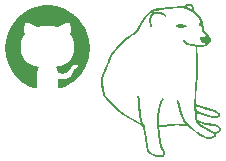
<source format=gbo>
G04 Layer: BottomSilkscreenLayer*
G04 EasyEDA v6.5.44, 2024-07-15 21:32:29*
G04 Gerber Generator version 0.2*
G04 Scale: 100 percent, Rotated: No, Reflected: No *
G04 Dimensions in millimeters *
G04 leading zeros omitted , absolute positions ,4 integer and 5 decimal *
%FSLAX45Y45*%
%MOMM*%

%ADD10C,0.0001*%

%LPD*%
G36*
X890930Y7175906D02*
G01*
X885698Y7175144D01*
X859739Y7173874D01*
X848461Y7171639D01*
X837082Y7170369D01*
X832408Y7168845D01*
X821994Y7167270D01*
X817016Y7165340D01*
X810463Y7164425D01*
X805434Y7162190D01*
X798931Y7161225D01*
X795375Y7159294D01*
X788466Y7157770D01*
X785266Y7155891D01*
X779119Y7154672D01*
X777900Y7153554D01*
X775563Y7152386D01*
X772058Y7151878D01*
X769213Y7149896D01*
X763676Y7148423D01*
X762355Y7147306D01*
X760069Y7146137D01*
X757377Y7145629D01*
X753770Y7143242D01*
X751128Y7142784D01*
X746048Y7139736D01*
X744931Y7139736D01*
X739902Y7136587D01*
X738733Y7136587D01*
X733653Y7133437D01*
X732383Y7133437D01*
X729843Y7131253D01*
X725525Y7128764D01*
X721258Y7126630D01*
X718921Y7124801D01*
X715467Y7123175D01*
X707694Y7117689D01*
X706831Y7117689D01*
X703427Y7115048D01*
X700176Y7113371D01*
X699566Y7112304D01*
X697230Y7110831D01*
X690219Y7105599D01*
X687730Y7104329D01*
X686917Y7102754D01*
X684022Y7101281D01*
X678484Y7096506D01*
X675487Y7094575D01*
X670306Y7089597D01*
X665835Y7086041D01*
X652729Y7073442D01*
X644093Y7064705D01*
X632206Y7051802D01*
X630783Y7049465D01*
X625856Y7044334D01*
X618286Y7034123D01*
X613765Y7028637D01*
X612140Y7025436D01*
X610819Y7024319D01*
X606755Y7018375D01*
X602589Y7011670D01*
X600760Y7009333D01*
X598170Y7005015D01*
X596696Y7001865D01*
X595274Y7000697D01*
X593090Y6995972D01*
X591464Y6993636D01*
X588060Y6987743D01*
X588060Y6986524D01*
X584962Y6981444D01*
X584962Y6980580D01*
X582523Y6977227D01*
X581101Y6972960D01*
X579526Y6970928D01*
X578408Y6967067D01*
X575614Y6962546D01*
X575614Y6961327D01*
X573278Y6957568D01*
X572058Y6952742D01*
X569874Y6949186D01*
X569010Y6944868D01*
X567080Y6941870D01*
X565658Y6936231D01*
X563626Y6931863D01*
X562559Y6926783D01*
X560527Y6922414D01*
X559409Y6916928D01*
X557479Y6911848D01*
X556514Y6905904D01*
X554431Y6900011D01*
X553110Y6890664D01*
X551535Y6886651D01*
X550468Y6878421D01*
X549656Y6874154D01*
X548436Y6870141D01*
X546557Y6849973D01*
X546100Y6848703D01*
X544626Y6848703D01*
X544626Y6779514D01*
X546150Y6779514D01*
X546963Y6776262D01*
X548081Y6760819D01*
X550113Y6752539D01*
X551637Y6740906D01*
X553466Y6735267D01*
X554380Y6728155D01*
X556310Y6723075D01*
X557733Y6715912D01*
X559409Y6712153D01*
X560882Y6704330D01*
X562762Y6701028D01*
X563981Y6694881D01*
X565912Y6691579D01*
X566420Y6688277D01*
X568655Y6684721D01*
X569772Y6679641D01*
X572516Y6674408D01*
X572516Y6672732D01*
X575157Y6668414D01*
X576478Y6663334D01*
X577951Y6661454D01*
X579526Y6657086D01*
X581050Y6655155D01*
X582625Y6650786D01*
X584149Y6648856D01*
X585622Y6644792D01*
X588416Y6640575D01*
X588416Y6639610D01*
X591159Y6635750D01*
X591159Y6634937D01*
X594969Y6628688D01*
X596595Y6626555D01*
X597814Y6623608D01*
X600456Y6620103D01*
X600456Y6619036D01*
X603046Y6616090D01*
X604012Y6614109D01*
X606856Y6609537D01*
X609752Y6606489D01*
X609752Y6605371D01*
X612800Y6601510D01*
X614019Y6599021D01*
X615086Y6598412D01*
X616915Y6595516D01*
X625856Y6583832D01*
X630428Y6579108D01*
X631850Y6576771D01*
X644093Y6563461D01*
X655777Y6551625D01*
X668528Y6539534D01*
X670052Y6538671D01*
X676656Y6532626D01*
X678434Y6531711D01*
X683666Y6527139D01*
X685952Y6525666D01*
X692200Y6520688D01*
X696925Y6517284D01*
X699211Y6516065D01*
X700278Y6514795D01*
X703834Y6512864D01*
X707694Y6510172D01*
X710031Y6508242D01*
X712724Y6506870D01*
X715467Y6504736D01*
X718159Y6503670D01*
X721258Y6501434D01*
X725932Y6498640D01*
X729843Y6497116D01*
X731672Y6495186D01*
X734618Y6494373D01*
X736904Y6492392D01*
X739902Y6491173D01*
X743407Y6488887D01*
X747115Y6487769D01*
X749960Y6485788D01*
X753821Y6484924D01*
X756767Y6482994D01*
X761136Y6481318D01*
X763778Y6479489D01*
X767130Y6478981D01*
X769569Y6477508D01*
X769569Y6475882D01*
X808736Y6475882D01*
X808736Y6477304D01*
X810717Y6480302D01*
X811580Y6482791D01*
X812038Y6603136D01*
X814120Y6611569D01*
X814984Y6618376D01*
X817524Y6625132D01*
X818083Y6628282D01*
X820013Y6631330D01*
X821131Y6634530D01*
X823366Y6638137D01*
X824280Y6641084D01*
X833526Y6653123D01*
X833526Y6653987D01*
X831799Y6655206D01*
X826922Y6655206D01*
X819403Y6656425D01*
X815492Y6657594D01*
X805434Y6658813D01*
X798068Y6661099D01*
X791057Y6662013D01*
X787044Y6663893D01*
X779830Y6665366D01*
X776732Y6666992D01*
X771347Y6668262D01*
X768197Y6670090D01*
X763524Y6671411D01*
X759968Y6673697D01*
X757326Y6674205D01*
X754989Y6675374D01*
X753821Y6676390D01*
X749808Y6677964D01*
X739902Y6683857D01*
X733653Y6688277D01*
X731418Y6689648D01*
X726338Y6693560D01*
X719734Y6699453D01*
X709726Y6709714D01*
X708507Y6711645D01*
X703224Y6718147D01*
X702157Y6720840D01*
X700430Y6721754D01*
X699312Y6724446D01*
X696620Y6728053D01*
X696620Y6728968D01*
X693521Y6734098D01*
X693521Y6735267D01*
X690422Y6740347D01*
X690422Y6741515D01*
X687374Y6746646D01*
X686562Y6750862D01*
X684682Y6754114D01*
X683768Y6758838D01*
X681634Y6763562D01*
X680415Y6770268D01*
X678840Y6774281D01*
X677164Y6785203D01*
X675741Y6790334D01*
X675335Y6792671D01*
X674471Y6806844D01*
X673709Y6812889D01*
X672541Y6833971D01*
X675589Y6863842D01*
X677316Y6868159D01*
X678434Y6875272D01*
X680364Y6879336D01*
X681583Y6884670D01*
X683463Y6887667D01*
X684682Y6892544D01*
X686612Y6895592D01*
X687730Y6898843D01*
X689660Y6901789D01*
X691591Y6905904D01*
X695858Y6912203D01*
X697534Y6915353D01*
X702462Y6921195D01*
X702462Y6921855D01*
X709117Y6929932D01*
X708660Y6934098D01*
X706628Y6937959D01*
X705154Y6946950D01*
X703580Y6951929D01*
X702716Y6959803D01*
X702716Y6984949D01*
X704037Y6993788D01*
X705459Y6999122D01*
X706424Y7006234D01*
X708304Y7011314D01*
X709523Y7017207D01*
X710895Y7019645D01*
X712571Y7024776D01*
X713943Y7026046D01*
X718159Y7026960D01*
X730961Y7026503D01*
X737565Y7025284D01*
X741426Y7023811D01*
X748030Y7022846D01*
X751890Y7020661D01*
X756158Y7019696D01*
X759256Y7017918D01*
X763524Y7016546D01*
X768959Y7013854D01*
X770128Y7013854D01*
X775157Y7010704D01*
X776325Y7010704D01*
X781354Y7007606D01*
X782167Y7007606D01*
X786536Y7004659D01*
X792886Y7001103D01*
X795324Y6999325D01*
X798982Y6997496D01*
X801522Y6995515D01*
X804265Y6994093D01*
X806602Y6992162D01*
X810818Y6989470D01*
X813968Y6989572D01*
X817168Y6991045D01*
X820521Y6991756D01*
X825601Y6992366D01*
X831392Y6994499D01*
X841857Y6995871D01*
X846531Y6997395D01*
X866190Y6999325D01*
X875639Y7001052D01*
X922934Y7001103D01*
X938428Y6998970D01*
X954328Y6997242D01*
X959408Y6995769D01*
X969467Y6994550D01*
X976071Y6992264D01*
X980338Y6991807D01*
X989837Y6989013D01*
X992936Y6991858D01*
X994003Y6991858D01*
X997458Y6994550D01*
X1000353Y6995769D01*
X1002436Y6997395D01*
X1007821Y7000900D01*
X1010970Y7002373D01*
X1013663Y7004456D01*
X1014476Y7004456D01*
X1019505Y7007606D01*
X1020673Y7007606D01*
X1025702Y7010704D01*
X1026871Y7010704D01*
X1031900Y7013854D01*
X1033119Y7013854D01*
X1036929Y7016343D01*
X1042263Y7017766D01*
X1045108Y7019696D01*
X1051153Y7020966D01*
X1054404Y7022896D01*
X1061720Y7024166D01*
X1065276Y7025589D01*
X1071473Y7026554D01*
X1086307Y7026656D01*
X1087882Y7025233D01*
X1089914Y7021271D01*
X1091488Y7014921D01*
X1093063Y7011822D01*
X1094181Y7005421D01*
X1096416Y6998716D01*
X1097280Y6988098D01*
X1098499Y6979615D01*
X1098092Y6960209D01*
X1097330Y6955485D01*
X1096416Y6946036D01*
X1094486Y6940905D01*
X1093368Y6935419D01*
X1091742Y6930644D01*
X1094536Y6926224D01*
X1096111Y6925360D01*
X1102664Y6916420D01*
X1103782Y6913676D01*
X1105458Y6912762D01*
X1106627Y6909917D01*
X1108456Y6907479D01*
X1109878Y6904329D01*
X1112367Y6900468D01*
X1112367Y6899249D01*
X1115466Y6894118D01*
X1115466Y6892899D01*
X1117803Y6889191D01*
X1119022Y6883908D01*
X1120952Y6879590D01*
X1122476Y6873036D01*
X1123950Y6869734D01*
X1125626Y6859524D01*
X1126744Y6855206D01*
X1127861Y6843775D01*
X1127912Y6820763D01*
X1127048Y6804863D01*
X1125982Y6799935D01*
X1124102Y6783222D01*
X1122121Y6776923D01*
X1121156Y6769862D01*
X1119327Y6765696D01*
X1118158Y6758838D01*
X1116685Y6756298D01*
X1114399Y6748881D01*
X1112367Y6745427D01*
X1112367Y6744258D01*
X1110081Y6740601D01*
X1108811Y6736232D01*
X1107033Y6734048D01*
X1105001Y6729730D01*
X1102410Y6725208D01*
X1100836Y6723481D01*
X1099464Y6720687D01*
X1093978Y6713372D01*
X1091590Y6710730D01*
X1089507Y6707581D01*
X1079804Y6697675D01*
X1075740Y6695033D01*
X1070457Y6689852D01*
X1069492Y6689852D01*
X1064971Y6686296D01*
X1064361Y6686296D01*
X1061110Y6683552D01*
X1060196Y6683552D01*
X1056081Y6680403D01*
X1055166Y6680403D01*
X1050137Y6677253D01*
X1048969Y6677253D01*
X1043940Y6674103D01*
X1042720Y6674103D01*
X1039063Y6671716D01*
X1035405Y6670903D01*
X1029512Y6668211D01*
X1024178Y6666992D01*
X1021029Y6665163D01*
X1014272Y6663893D01*
X1011224Y6662318D01*
X1001725Y6660642D01*
X998169Y6659270D01*
X985012Y6657594D01*
X980186Y6656070D01*
X968603Y6654800D01*
X967181Y6653733D01*
X969467Y6650837D01*
X972261Y6647942D01*
X973582Y6645605D01*
X977798Y6639712D01*
X979779Y6635343D01*
X981710Y6632092D01*
X982878Y6627571D01*
X984351Y6625132D01*
X986028Y6617258D01*
X987907Y6611620D01*
X987907Y6609334D01*
X988771Y6606641D01*
X989837Y6605422D01*
X993140Y6604406D01*
X997000Y6602171D01*
X1002436Y6601206D01*
X1007160Y6599021D01*
X1015237Y6598158D01*
X1024686Y6596227D01*
X1032154Y6596227D01*
X1048562Y6599021D01*
X1052474Y6600952D01*
X1057097Y6602171D01*
X1060653Y6604508D01*
X1063345Y6605371D01*
X1068781Y6608978D01*
X1069390Y6609994D01*
X1071880Y6611264D01*
X1083411Y6622796D01*
X1088898Y6630466D01*
X1089863Y6631431D01*
X1091488Y6635292D01*
X1093774Y6637934D01*
X1093774Y6638645D01*
X1099972Y6646672D01*
X1099972Y6647230D01*
X1110132Y6657746D01*
X1113078Y6659727D01*
X1119022Y6664299D01*
X1121105Y6665264D01*
X1124864Y6667804D01*
X1126185Y6667804D01*
X1129792Y6670141D01*
X1142339Y6672986D01*
X1150264Y6673443D01*
X1160932Y6670497D01*
X1161592Y6670141D01*
X1163523Y6666179D01*
X1161897Y6661302D01*
X1153922Y6653428D01*
X1149807Y6651142D01*
X1141577Y6645503D01*
X1134313Y6637883D01*
X1129030Y6631431D01*
X1121867Y6620611D01*
X1118412Y6614261D01*
X1116634Y6611772D01*
X1114806Y6607759D01*
X1112367Y6603949D01*
X1112367Y6602679D01*
X1110488Y6598767D01*
X1108913Y6594144D01*
X1106627Y6590538D01*
X1106119Y6588556D01*
X1102258Y6582105D01*
X1097940Y6576466D01*
X1092301Y6570472D01*
X1083360Y6564172D01*
X1078128Y6560870D01*
X1076858Y6560870D01*
X1073200Y6558483D01*
X1068070Y6557314D01*
X1062939Y6555028D01*
X1054404Y6553758D01*
X1049375Y6552234D01*
X1040434Y6551422D01*
X1020419Y6551422D01*
X1009040Y6552234D01*
X1001572Y6553758D01*
X996137Y6554520D01*
X992174Y6554673D01*
X990650Y6553301D01*
X989787Y6487058D01*
X991412Y6479641D01*
X992936Y6477508D01*
X992936Y6475882D01*
X1032103Y6475882D01*
X1032103Y6477457D01*
X1034999Y6478930D01*
X1039012Y6479794D01*
X1042720Y6482181D01*
X1043686Y6482181D01*
X1048562Y6484823D01*
X1051712Y6485788D01*
X1072032Y6496050D01*
X1072032Y6496710D01*
X1081582Y6501638D01*
X1084986Y6504228D01*
X1085951Y6504228D01*
X1101496Y6514693D01*
X1112520Y6522516D01*
X1115060Y6523888D01*
X1115872Y6525463D01*
X1118768Y6526936D01*
X1124204Y6531813D01*
X1126947Y6533235D01*
X1135075Y6540957D01*
X1137412Y6542430D01*
X1155649Y6560261D01*
X1170279Y6576009D01*
X1172057Y6578752D01*
X1176934Y6583832D01*
X1184503Y6594094D01*
X1189075Y6599580D01*
X1190650Y6602780D01*
X1192022Y6603898D01*
X1194003Y6607098D01*
X1198473Y6613347D01*
X1200150Y6616496D01*
X1202029Y6618833D01*
X1204671Y6623151D01*
X1206144Y6626352D01*
X1207516Y6627520D01*
X1209751Y6632194D01*
X1214780Y6640474D01*
X1214780Y6641744D01*
X1217879Y6646468D01*
X1217879Y6647230D01*
X1220317Y6651091D01*
X1221384Y6654190D01*
X1223619Y6657797D01*
X1224534Y6661302D01*
X1227175Y6665671D01*
X1227175Y6666839D01*
X1229868Y6671157D01*
X1230731Y6675475D01*
X1232916Y6679031D01*
X1233779Y6683349D01*
X1235760Y6686346D01*
X1237132Y6691985D01*
X1239164Y6696354D01*
X1240231Y6701434D01*
X1242263Y6705803D01*
X1243431Y6711238D01*
X1245311Y6716369D01*
X1246276Y6722262D01*
X1248410Y6728155D01*
X1249324Y6735267D01*
X1251204Y6740906D01*
X1252880Y6752945D01*
X1254404Y6758076D01*
X1256233Y6778193D01*
X1256741Y6779514D01*
X1258214Y6779514D01*
X1258214Y6848703D01*
X1256690Y6848703D01*
X1255877Y6851954D01*
X1254709Y6867245D01*
X1252423Y6877202D01*
X1251559Y6886549D01*
X1249426Y6892544D01*
X1248410Y6900011D01*
X1246530Y6905142D01*
X1245057Y6912711D01*
X1243126Y6917334D01*
X1241907Y6923836D01*
X1240028Y6927138D01*
X1238808Y6933285D01*
X1236980Y6936587D01*
X1236065Y6940905D01*
X1234236Y6943699D01*
X1232966Y6948779D01*
X1231087Y6952234D01*
X1229868Y6956247D01*
X1228039Y6959092D01*
X1226312Y6964883D01*
X1224889Y6966762D01*
X1223264Y6971131D01*
X1221790Y6973062D01*
X1220165Y6977430D01*
X1218692Y6979361D01*
X1217168Y6983374D01*
X1214374Y6987590D01*
X1214374Y6988505D01*
X1211681Y6992366D01*
X1211681Y6993280D01*
X1207871Y6999528D01*
X1206195Y7001611D01*
X1205077Y7004456D01*
X1202334Y7008063D01*
X1202334Y7009079D01*
X1200200Y7011670D01*
X1195984Y7018680D01*
X1193038Y7021728D01*
X1193038Y7022795D01*
X1190040Y7026656D01*
X1188770Y7029196D01*
X1187754Y7029805D01*
X1185976Y7032447D01*
X1184452Y7034123D01*
X1176934Y7044334D01*
X1172413Y7049058D01*
X1170990Y7051446D01*
X1155649Y7067905D01*
X1150162Y7073442D01*
X1137412Y7085685D01*
X1135075Y7087209D01*
X1126947Y7094880D01*
X1123696Y7097064D01*
X1114501Y7104583D01*
X1112570Y7105599D01*
X1102868Y7112965D01*
X1094536Y7118350D01*
X1092809Y7119975D01*
X1088542Y7122007D01*
X1086104Y7123785D01*
X1079093Y7127748D01*
X1077264Y7129475D01*
X1073810Y7130694D01*
X1070305Y7132929D01*
X1067409Y7133894D01*
X1064209Y7136587D01*
X1062990Y7136587D01*
X1057910Y7139635D01*
X1055217Y7140143D01*
X1052220Y7142124D01*
X1049020Y7143292D01*
X1045464Y7145528D01*
X1041450Y7146747D01*
X1038098Y7148677D01*
X1034643Y7149592D01*
X1032256Y7151014D01*
X1024534Y7153605D01*
X1022146Y7155027D01*
X1016762Y7156196D01*
X1012901Y7158177D01*
X1007160Y7159396D01*
X1004569Y7161022D01*
X997762Y7162190D01*
X993140Y7164171D01*
X986129Y7165340D01*
X978763Y7167625D01*
X974496Y7168083D01*
X968552Y7169200D01*
X964031Y7170724D01*
X955497Y7171588D01*
X949706Y7172452D01*
X947369Y7173163D01*
X938072Y7174280D01*
X915974Y7175195D01*
X912825Y7175804D01*
G37*
G36*
X2102053Y7189012D02*
G01*
X2088184Y7187946D01*
X2077466Y7183170D01*
X2064207Y7173163D01*
X2059127Y7167118D01*
X2054606Y7164730D01*
X2004720Y7164730D01*
X1977253Y7163003D01*
X2079091Y7163003D01*
X2083562Y7167778D01*
X2093518Y7171994D01*
X2100986Y7173112D01*
X2114905Y7170064D01*
X2120087Y7166254D01*
X2124049Y7154672D01*
X2125370Y7143496D01*
X2122627Y7140194D01*
X2112772Y7146036D01*
X2100986Y7152081D01*
X2081733Y7159548D01*
X2079091Y7163003D01*
X1977253Y7163003D01*
X1938426Y7160514D01*
X1905254Y7157262D01*
X1879600Y7154164D01*
X1865731Y7152792D01*
X1831187Y7147712D01*
X1812239Y7143343D01*
X1801520Y7140092D01*
X1787652Y7134453D01*
X1770125Y7124293D01*
X1754479Y7111847D01*
X1734261Y7090714D01*
X1707286Y7054545D01*
X1681683Y7016191D01*
X1663446Y6987438D01*
X1647545Y6959803D01*
X1634896Y6946341D01*
X1615440Y6931812D01*
X1575155Y6904786D01*
X1551279Y6887159D01*
X1534668Y6873494D01*
X1501038Y6839407D01*
X1479550Y6814921D01*
X1463548Y6794703D01*
X1449578Y6775551D01*
X1442008Y6763816D01*
X1432458Y6747865D01*
X1424482Y6731304D01*
X1414018Y6703110D01*
X1410411Y6694576D01*
X1402080Y6676898D01*
X1402080Y6676034D01*
X1386484Y6644538D01*
X1368196Y6603034D01*
X1363675Y6590233D01*
X1359357Y6574281D01*
X1357503Y6558280D01*
X1373835Y6558280D01*
X1376527Y6575348D01*
X1384046Y6598767D01*
X1393799Y6621119D01*
X1423212Y6682892D01*
X1430070Y6698843D01*
X1438554Y6722313D01*
X1450340Y6746748D01*
X1472539Y6779768D01*
X1496923Y6810146D01*
X1511655Y6826656D01*
X1540560Y6856222D01*
X1560779Y6874205D01*
X1586585Y6892798D01*
X1627225Y6920128D01*
X1647545Y6935520D01*
X1659432Y6948017D01*
X1671828Y6969353D01*
X1690166Y6999173D01*
X1716278Y7038543D01*
X1727555Y7054545D01*
X1736140Y7066229D01*
X1755902Y7090816D01*
X1772361Y7105650D01*
X1783334Y7113371D01*
X1798218Y7121296D01*
X1812239Y7126274D01*
X1829511Y7130643D01*
X1862480Y7135825D01*
X1902053Y7140194D01*
X1934159Y7143496D01*
X1991918Y7147763D01*
X2047544Y7148626D01*
X2062683Y7146899D01*
X2078532Y7143343D01*
X2090318Y7139025D01*
X2107082Y7130592D01*
X2123084Y7119874D01*
X2140559Y7105802D01*
X2166213Y7083348D01*
X2182469Y7067296D01*
X2193594Y7044944D01*
X2194814Y7037273D01*
X2191105Y7034275D01*
X2183028Y7026757D01*
X2180437Y7017258D01*
X2181809Y7005777D01*
X2186178Y6999681D01*
X2192324Y6999681D01*
X2193645Y7001814D01*
X2200097Y7005167D01*
X2204008Y7001662D01*
X2206345Y6984238D01*
X2208326Y6954723D01*
X2249322Y6913473D01*
X2248408Y6910781D01*
X2213813Y6910527D01*
X2204720Y6909104D01*
X2191359Y6904736D01*
X2188972Y6900316D01*
X2189988Y6891375D01*
X2198116Y6874560D01*
X2211171Y6861657D01*
X2221636Y6855866D01*
X2232812Y6852666D01*
X2236774Y6848297D01*
X2232558Y6845046D01*
X2225040Y6841693D01*
X2196185Y6840778D01*
X2117293Y6845350D01*
X2104186Y6849719D01*
X2092452Y6856272D01*
X2079599Y6866381D01*
X2062886Y6883603D01*
X2056587Y6883603D01*
X2052320Y6879336D01*
X2052320Y6872020D01*
X2062683Y6859676D01*
X2075434Y6848551D01*
X2083866Y6842506D01*
X2096719Y6835038D01*
X2112772Y6829094D01*
X2149957Y6827367D01*
X2154377Y6822948D01*
X2157374Y6702044D01*
X2157679Y6575348D01*
X2154834Y6532727D01*
X2151837Y6515404D01*
X2148433Y6473088D01*
X2146452Y6443268D01*
X2145152Y6315862D01*
X2161692Y6315862D01*
X2163978Y6318148D01*
X2168398Y6317996D01*
X2178253Y6313373D01*
X2184400Y6310884D01*
X2210104Y6301181D01*
X2226106Y6296050D01*
X2252878Y6289497D01*
X2286000Y6282080D01*
X2299919Y6278575D01*
X2312771Y6274358D01*
X2329840Y6265011D01*
X2342032Y6256883D01*
X2346706Y6250940D01*
X2346706Y6245758D01*
X2343200Y6240475D01*
X2336495Y6237020D01*
X2311704Y6235903D01*
X2292654Y6238443D01*
X2271064Y6243675D01*
X2243226Y6251244D01*
X2212238Y6261506D01*
X2171090Y6276543D01*
X2164689Y6279845D01*
X2162759Y6283553D01*
X2161692Y6315862D01*
X2145152Y6315862D01*
X2145080Y6309106D01*
X2147519Y6251143D01*
X2151684Y6216192D01*
X2156155Y6198717D01*
X2162403Y6185611D01*
X2169729Y6175451D01*
X2192274Y6175451D01*
X2193645Y6177584D01*
X2198319Y6177330D01*
X2215438Y6172149D01*
X2244293Y6165037D01*
X2305253Y6155182D01*
X2324404Y6149746D01*
X2339949Y6142126D01*
X2351024Y6132474D01*
X2353919Y6125514D01*
X2353919Y6121247D01*
X2347518Y6113983D01*
X2331313Y6106109D01*
X2313736Y6101588D01*
X2251811Y6132169D01*
X2230424Y6144920D01*
X2211171Y6157823D01*
X2196185Y6170371D01*
X2192274Y6175451D01*
X2169729Y6175451D01*
X2173173Y6170676D01*
X2188311Y6155334D01*
X2202586Y6143802D01*
X2216505Y6134252D01*
X2233625Y6123635D01*
X2257145Y6111189D01*
X2292654Y6093612D01*
X2299919Y6090513D01*
X2309215Y6082487D01*
X2310841Y6078067D01*
X2308860Y6072378D01*
X2300833Y6066840D01*
X2288184Y6062370D01*
X2264613Y6061252D01*
X2246426Y6063691D01*
X2230424Y6068771D01*
X2217166Y6074105D01*
X2197760Y6084976D01*
X2179066Y6098133D01*
X2169464Y6105702D01*
X2121916Y6146088D01*
X2108504Y6157772D01*
X2092655Y6172809D01*
X2074316Y6191504D01*
X2062683Y6206896D01*
X2054606Y6223914D01*
X2048967Y6238849D01*
X2038553Y6269685D01*
X2030069Y6298488D01*
X2012340Y6365392D01*
X2007920Y6370218D01*
X2003653Y6370574D01*
X2001012Y6370320D01*
X1996693Y6366103D01*
X1996693Y6359753D01*
X2005380Y6326174D01*
X2015083Y6291021D01*
X2026767Y6252667D01*
X2033320Y6233515D01*
X2044090Y6206896D01*
X2050135Y6196228D01*
X2064613Y6178448D01*
X2068322Y6171793D01*
X2066391Y6169863D01*
X2028291Y6173724D01*
X1969465Y6173876D01*
X1932025Y6169152D01*
X1890318Y6164732D01*
X1852422Y6160414D01*
X1848154Y6162700D01*
X1846732Y6170371D01*
X1847900Y6244132D01*
X1852371Y6280353D01*
X1855673Y6298488D01*
X1861007Y6321907D01*
X1868627Y6346342D01*
X1878177Y6369812D01*
X1880870Y6374079D01*
X1884680Y6384036D01*
X1880006Y6390589D01*
X1872843Y6390589D01*
X1867204Y6383883D01*
X1861057Y6371844D01*
X1853184Y6351727D01*
X1848307Y6336792D01*
X1842973Y6316573D01*
X1839518Y6301638D01*
X1835150Y6277356D01*
X1830984Y6234582D01*
X1830933Y6158738D01*
X1835302Y6097473D01*
X1839468Y6060998D01*
X1842770Y6039713D01*
X1847138Y6015228D01*
X1852523Y5991758D01*
X1857502Y5974334D01*
X1864868Y5956401D01*
X1872335Y5944920D01*
X1876755Y5937453D01*
X1879498Y5924143D01*
X1876806Y5914034D01*
X1871218Y5908243D01*
X1861870Y5904687D01*
X1842160Y5905957D01*
X1821840Y5910173D01*
X1801520Y5916726D01*
X1779778Y5927598D01*
X1767332Y5937554D01*
X1760321Y5951321D01*
X1753870Y5976874D01*
X1749755Y5997092D01*
X1746351Y6017310D01*
X1742186Y6044996D01*
X1734870Y6099454D01*
X1730502Y6121704D01*
X1725980Y6140856D01*
X1722729Y6151524D01*
X1717192Y6167475D01*
X1710436Y6182410D01*
X1702816Y6194196D01*
X1698447Y6209030D01*
X1693113Y6240932D01*
X1688795Y6278219D01*
X1685493Y6312306D01*
X1683359Y6344259D01*
X1681175Y6369812D01*
X1679193Y6406438D01*
X1676450Y6410756D01*
X1670710Y6413144D01*
X1666189Y6411722D01*
X1662734Y6406438D01*
X1664157Y6377279D01*
X1666290Y6351727D01*
X1669491Y6308039D01*
X1673707Y6265468D01*
X1676857Y6238036D01*
X1681327Y6211163D01*
X1684477Y6197295D01*
X1690065Y6182410D01*
X1691893Y6180378D01*
X1691893Y6178651D01*
X1686712Y6178651D01*
X1685493Y6180632D01*
X1671066Y6189014D01*
X1647799Y6203137D01*
X1647139Y6203137D01*
X1624025Y6216294D01*
X1581200Y6237986D01*
X1564132Y6248095D01*
X1547012Y6259880D01*
X1532026Y6271768D01*
X1515973Y6285484D01*
X1502105Y6298285D01*
X1443278Y6355994D01*
X1417574Y6378143D01*
X1409395Y6386830D01*
X1400708Y6399428D01*
X1391462Y6417970D01*
X1385925Y6433210D01*
X1381963Y6448602D01*
X1377543Y6470954D01*
X1373886Y6505041D01*
X1373835Y6558280D01*
X1357503Y6558280D01*
X1356868Y6552946D01*
X1358188Y6492290D01*
X1361287Y6468821D01*
X1364843Y6448806D01*
X1368704Y6433718D01*
X1374140Y6417716D01*
X1377340Y6409232D01*
X1384757Y6394145D01*
X1392428Y6382207D01*
X1403146Y6369354D01*
X1432560Y6343396D01*
X1493520Y6283756D01*
X1520291Y6260033D01*
X1536344Y6247333D01*
X1556613Y6233363D01*
X1579067Y6220460D01*
X1614373Y6202883D01*
X1662531Y6175349D01*
X1673199Y6168694D01*
X1703425Y6148984D01*
X1707946Y6143244D01*
X1711198Y6132322D01*
X1718513Y6098286D01*
X1723136Y6062065D01*
X1728317Y6024778D01*
X1731670Y6005626D01*
X1737918Y5973673D01*
X1741982Y5956655D01*
X1745589Y5943854D01*
X1751685Y5931103D01*
X1763064Y5919622D01*
X1774799Y5911697D01*
X1787652Y5905144D01*
X1800453Y5899912D01*
X1818639Y5894171D01*
X1841957Y5889040D01*
X1868322Y5889040D01*
X1879854Y5894120D01*
X1888845Y5902198D01*
X1894586Y5912967D01*
X1894535Y5937453D01*
X1889709Y5947968D01*
X1877110Y5968339D01*
X1869693Y5990691D01*
X1865274Y6008827D01*
X1859940Y6035446D01*
X1855571Y6065266D01*
X1852371Y6091885D01*
X1848713Y6140399D01*
X1852269Y6143904D01*
X1866798Y6145682D01*
X1945893Y6154115D01*
X1963013Y6156248D01*
X1992833Y6158280D01*
X2038959Y6156248D01*
X2090166Y6150965D01*
X2095652Y6147409D01*
X2120239Y6125768D01*
X2163013Y6089904D01*
X2182266Y6075781D01*
X2194204Y6068060D01*
X2216759Y6056172D01*
X2234793Y6050076D01*
X2255012Y6045301D01*
X2286000Y6045301D01*
X2303119Y6050076D01*
X2315362Y6056172D01*
X2322931Y6063691D01*
X2326436Y6069126D01*
X2327706Y6087516D01*
X2340559Y6092444D01*
X2356612Y6100318D01*
X2368702Y6112306D01*
X2371242Y6121654D01*
X2369972Y6131255D01*
X2364130Y6142685D01*
X2350973Y6154724D01*
X2333091Y6163716D01*
X2321306Y6168034D01*
X2303119Y6172200D01*
X2267813Y6177737D01*
X2244293Y6181902D01*
X2221839Y6187389D01*
X2189784Y6196736D01*
X2176932Y6200749D01*
X2171242Y6205931D01*
X2168956Y6214364D01*
X2164791Y6244132D01*
X2163521Y6256985D01*
X2166213Y6260592D01*
X2214372Y6243370D01*
X2241092Y6234988D01*
X2259279Y6229604D01*
X2275332Y6225438D01*
X2302052Y6219952D01*
X2334514Y6219901D01*
X2349754Y6224778D01*
X2359050Y6233718D01*
X2363571Y6243878D01*
X2363571Y6254343D01*
X2359355Y6262268D01*
X2355545Y6266688D01*
X2345893Y6274155D01*
X2325573Y6286550D01*
X2314905Y6291224D01*
X2295652Y6296609D01*
X2234692Y6310782D01*
X2210104Y6318402D01*
X2176932Y6331712D01*
X2163622Y6338366D01*
X2161082Y6343142D01*
X2162556Y6423050D01*
X2164638Y6472021D01*
X2169007Y6519976D01*
X2170988Y6527495D01*
X2173732Y6559346D01*
X2173579Y6721195D01*
X2170887Y6821982D01*
X2173579Y6825183D01*
X2214372Y6823760D01*
X2231390Y6826148D01*
X2245004Y6833616D01*
X2257145Y6842506D01*
X2275535Y6860895D01*
X2283358Y6876440D01*
X2283307Y6891578D01*
X2278075Y6902856D01*
X2267966Y6916115D01*
X2256180Y6929932D01*
X2224582Y6961682D01*
X2223566Y6970420D01*
X2222347Y6989114D01*
X2217928Y7016191D01*
X2213711Y7034275D01*
X2209546Y7048144D01*
X2201672Y7066229D01*
X2191969Y7081164D01*
X2181199Y7091832D01*
X2143353Y7125360D01*
X2142286Y7132269D01*
X2141118Y7152487D01*
X2136902Y7168896D01*
X2132634Y7177278D01*
X2123897Y7184745D01*
X2114346Y7187387D01*
G37*
G36*
X1826158Y7121042D02*
G01*
X1810105Y7118959D01*
X1797253Y7114286D01*
X1786585Y7107529D01*
X1776730Y7097014D01*
X1771142Y7088581D01*
X1765960Y7074763D01*
X1762506Y7054697D01*
X1762556Y7039609D01*
X1766620Y7011924D01*
X1771294Y6994906D01*
X1775714Y6990080D01*
X1782825Y6990080D01*
X1787093Y6994347D01*
X1787093Y7000392D01*
X1783892Y7010857D01*
X1779625Y7034123D01*
X1779676Y7060895D01*
X1783537Y7075830D01*
X1788464Y7085431D01*
X1793646Y7092137D01*
X1805127Y7100011D01*
X1819656Y7104024D01*
X1836115Y7104024D01*
X1852320Y7100976D01*
X1867052Y7095693D01*
X1880666Y7089495D01*
X1894738Y7080859D01*
X1901139Y7079488D01*
X1906879Y7083958D01*
X1906879Y7091019D01*
X1898802Y7098284D01*
X1877466Y7109155D01*
X1863598Y7114489D01*
X1848612Y7118959D01*
X1832559Y7120788D01*
G37*
G36*
X2045360Y7013397D02*
G01*
X2020925Y7012279D01*
X1991207Y7007148D01*
X1989226Y7005929D01*
X1989226Y6999528D01*
X2001621Y6987184D01*
X2017572Y6984339D01*
X2045360Y6984593D01*
X2066747Y6987895D01*
X2078532Y6991908D01*
X2079193Y6997344D01*
X2069185Y7004964D01*
X2055012Y7011670D01*
G37*
M02*

</source>
